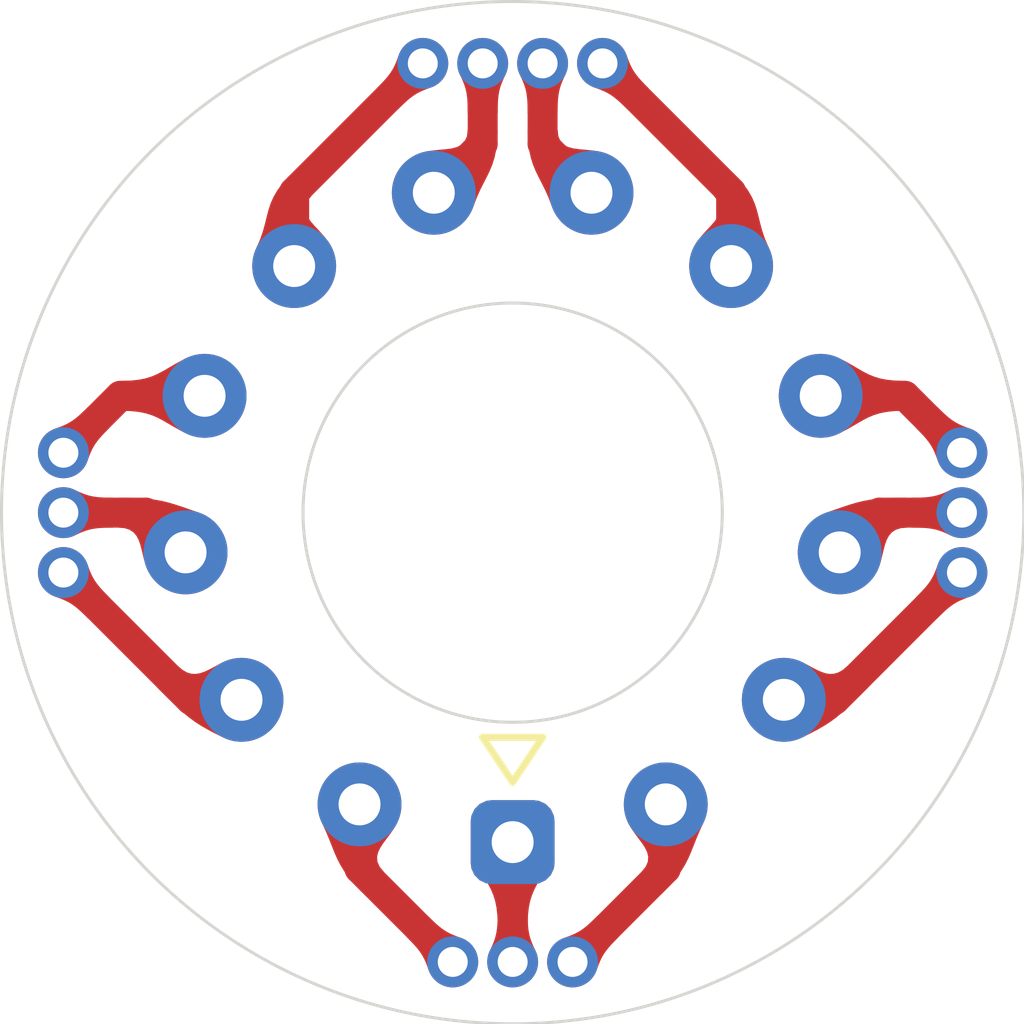
<source format=kicad_pcb>
(kicad_pcb (version 20171130) (host pcbnew 5.1.9)

  (general
    (thickness 1.6)
    (drawings 2)
    (tracks 25)
    (zones 0)
    (modules 2)
    (nets 14)
  )

  (page A4)
  (layers
    (0 F.Cu signal)
    (31 B.Cu signal)
    (32 B.Adhes user)
    (33 F.Adhes user)
    (34 B.Paste user)
    (35 F.Paste user)
    (36 B.SilkS user)
    (37 F.SilkS user)
    (38 B.Mask user)
    (39 F.Mask user)
    (40 Dwgs.User user)
    (41 Cmts.User user)
    (42 Eco1.User user)
    (43 Eco2.User user)
    (44 Edge.Cuts user)
    (45 Margin user)
    (46 B.CrtYd user)
    (47 F.CrtYd user)
    (48 B.Fab user)
    (49 F.Fab user)
  )

  (setup
    (last_trace_width 0.5)
    (trace_clearance 0.1)
    (zone_clearance 0.508)
    (zone_45_only no)
    (trace_min 0)
    (via_size 0.01)
    (via_drill 0)
    (via_min_size 0)
    (via_min_drill 0)
    (uvia_size 0.01)
    (uvia_drill 0)
    (uvias_allowed no)
    (uvia_min_size 0)
    (uvia_min_drill 0)
    (edge_width 0.05)
    (segment_width 0.2)
    (pcb_text_width 0.3)
    (pcb_text_size 1.5 1.5)
    (mod_edge_width 0.12)
    (mod_text_size 1 1)
    (mod_text_width 0.15)
    (pad_size 1.524 1.524)
    (pad_drill 0.762)
    (pad_to_mask_clearance 0)
    (aux_axis_origin 0 0)
    (visible_elements FFFFFF7F)
    (pcbplotparams
      (layerselection 0x010fc_ffffffff)
      (usegerberextensions false)
      (usegerberattributes true)
      (usegerberadvancedattributes true)
      (creategerberjobfile true)
      (excludeedgelayer true)
      (linewidth 0.100000)
      (plotframeref false)
      (viasonmask false)
      (mode 1)
      (useauxorigin false)
      (hpglpennumber 1)
      (hpglpenspeed 20)
      (hpglpendiameter 15.000000)
      (psnegative false)
      (psa4output false)
      (plotreference true)
      (plotvalue true)
      (plotinvisibletext false)
      (padsonsilk false)
      (subtractmaskfromsilk false)
      (outputformat 1)
      (mirror false)
      (drillshape 1)
      (scaleselection 1)
      (outputdirectory ""))
  )

  (net 0 "")
  (net 1 "Net-(J1-Pad13)")
  (net 2 "Net-(J1-Pad12)")
  (net 3 "Net-(J1-Pad11)")
  (net 4 "Net-(J1-Pad10)")
  (net 5 "Net-(J1-Pad9)")
  (net 6 "Net-(J1-Pad8)")
  (net 7 "Net-(J1-Pad7)")
  (net 8 "Net-(J1-Pad6)")
  (net 9 "Net-(J1-Pad5)")
  (net 10 "Net-(J1-Pad4)")
  (net 11 "Net-(J1-Pad3)")
  (net 12 "Net-(J1-Pad2)")
  (net 13 "Net-(J1-Pad1)")

  (net_class Default "This is the default net class."
    (clearance 0.1)
    (trace_width 0.5)
    (via_dia 0.01)
    (via_drill 0)
    (uvia_dia 0.01)
    (uvia_drill 0)
    (diff_pair_width 0)
    (diff_pair_gap 0)
    (add_net "Net-(J1-Pad1)")
    (add_net "Net-(J1-Pad10)")
    (add_net "Net-(J1-Pad11)")
    (add_net "Net-(J1-Pad12)")
    (add_net "Net-(J1-Pad13)")
    (add_net "Net-(J1-Pad2)")
    (add_net "Net-(J1-Pad3)")
    (add_net "Net-(J1-Pad4)")
    (add_net "Net-(J1-Pad5)")
    (add_net "Net-(J1-Pad6)")
    (add_net "Net-(J1-Pad7)")
    (add_net "Net-(J1-Pad8)")
    (add_net "Net-(J1-Pad9)")
  )

  (module HGHardware:NixieTubeJack (layer F.Cu) (tedit 6041C0ED) (tstamp 6041EF17)
    (at 100 100)
    (path /6042E3BD)
    (fp_text reference J2 (at 0 0.5) (layer F.SilkS) hide
      (effects (font (size 1 1) (thickness 0.15)))
    )
    (fp_text value Conn_01x13_Female (at 0 -0.5) (layer F.Fab)
      (effects (font (size 1 1) (thickness 0.15)))
    )
    (pad 5 thru_hole circle (at 7.5 -1 90) (size 0.85 0.85) (drill 0.5) (layers *.Cu *.Mask)
      (net 9 "Net-(J1-Pad5)"))
    (pad 6 thru_hole circle (at 1.5 -7.5) (size 0.85 0.85) (drill 0.5) (layers *.Cu *.Mask)
      (net 8 "Net-(J1-Pad6)"))
    (pad 13 thru_hole circle (at -1 7.5) (size 0.85 0.85) (drill 0.5) (layers *.Cu *.Mask)
      (net 1 "Net-(J1-Pad13)"))
    (pad 12 thru_hole circle (at -7.5 1 90) (size 0.85 0.85) (drill 0.5) (layers *.Cu *.Mask)
      (net 2 "Net-(J1-Pad12)"))
    (pad 10 thru_hole circle (at -7.5 -1 90) (size 0.85 0.85) (drill 0.5) (layers *.Cu *.Mask)
      (net 4 "Net-(J1-Pad10)"))
    (pad 8 thru_hole circle (at -0.5 -7.5) (size 0.85 0.85) (drill 0.5) (layers *.Cu *.Mask)
      (net 6 "Net-(J1-Pad8)"))
    (pad 9 thru_hole circle (at -1.5 -7.5) (size 0.85 0.85) (drill 0.5) (layers *.Cu *.Mask)
      (net 5 "Net-(J1-Pad9)"))
    (pad 2 thru_hole circle (at 1 7.5) (size 0.85 0.85) (drill 0.5) (layers *.Cu *.Mask)
      (net 12 "Net-(J1-Pad2)"))
    (pad 3 thru_hole circle (at 7.5 1 90) (size 0.85 0.85) (drill 0.5) (layers *.Cu *.Mask)
      (net 11 "Net-(J1-Pad3)"))
    (pad 4 thru_hole circle (at 7.5 0 90) (size 0.85 0.85) (drill 0.5) (layers *.Cu *.Mask)
      (net 10 "Net-(J1-Pad4)"))
    (pad 1 thru_hole circle (at 0 7.5) (size 0.85 0.85) (drill 0.5) (layers *.Cu *.Mask)
      (net 13 "Net-(J1-Pad1)"))
    (pad 11 thru_hole circle (at -7.5 0 90) (size 0.85 0.85) (drill 0.5) (layers *.Cu *.Mask)
      (net 3 "Net-(J1-Pad11)"))
    (pad 7 thru_hole circle (at 0.5 -7.5) (size 0.85 0.85) (drill 0.5) (layers *.Cu *.Mask)
      (net 7 "Net-(J1-Pad7)"))
    (model ${KISYS3DMOD}/Connector_PinHeader_1.00mm.3dshapes/PinHeader_1x03_P1.00mm_Vertical.step
      (offset (xyz 7.5 1 -2))
      (scale (xyz 1 1 1))
      (rotate (xyz 0 180 0))
    )
    (model ${KISYS3DMOD}/Connector_PinHeader_1.00mm.3dshapes/PinHeader_1x03_P1.00mm_Vertical.step
      (offset (xyz -7.5 1 -2))
      (scale (xyz 1 1 1))
      (rotate (xyz 0 180 0))
    )
    (model ${KISYS3DMOD}/Connector_PinHeader_1.00mm.3dshapes/PinHeader_1x03_P1.00mm_Vertical.step
      (offset (xyz 1 -7.5 -2))
      (scale (xyz 1 1 1))
      (rotate (xyz 0 180 90))
    )
    (model ${KISYS3DMOD}/Connector_PinHeader_1.00mm.3dshapes/PinHeader_1x04_P1.00mm_Vertical.step
      (offset (xyz 1.5 7.5 -2))
      (scale (xyz 1 1 1))
      (rotate (xyz 0 180 90))
    )
  )

  (module HGHardware:NixieTube (layer F.Cu) (tedit 6041BEB7) (tstamp 6041EF06)
    (at 100 100)
    (path /6042C560)
    (fp_text reference J1 (at 0 0.5) (layer F.SilkS) hide
      (effects (font (size 1 1) (thickness 0.15)))
    )
    (fp_text value Conn_01x13_Male (at 0 -0.5) (layer F.Fab)
      (effects (font (size 1 1) (thickness 0.15)))
    )
    (fp_line (start -0.5 3.75) (end 0.5 3.75) (layer F.SilkS) (width 0.12))
    (fp_line (start 0.5 3.75) (end 0 4.5) (layer F.SilkS) (width 0.12))
    (fp_line (start 0 4.5) (end -0.5 3.75) (layer F.SilkS) (width 0.12))
    (pad 13 thru_hole circle (at -2.555977 4.870008) (size 1.4 1.4) (drill 0.7) (layers *.Cu *.Mask)
      (net 1 "Net-(J1-Pad13)"))
    (pad 12 thru_hole circle (at -4.526411 3.124356) (size 1.4 1.4) (drill 0.7) (layers *.Cu *.Mask)
      (net 2 "Net-(J1-Pad12)"))
    (pad 11 thru_hole circle (at -5.459899 0.662952) (size 1.4 1.4) (drill 0.7) (layers *.Cu *.Mask)
      (net 3 "Net-(J1-Pad11)"))
    (pad 10 thru_hole circle (at -5.142589 -1.950327) (size 1.4 1.4) (drill 0.7) (layers *.Cu *.Mask)
      (net 4 "Net-(J1-Pad10)"))
    (pad 9 thru_hole circle (at -3.647175 -4.116809) (size 1.4 1.4) (drill 0.7) (layers *.Cu *.Mask)
      (net 5 "Net-(J1-Pad9)"))
    (pad 8 thru_hole circle (at -1.316236 -5.34018) (size 1.4 1.4) (drill 0.7) (layers *.Cu *.Mask)
      (net 6 "Net-(J1-Pad8)"))
    (pad 7 thru_hole circle (at 1.316236 -5.34018) (size 1.4 1.4) (drill 0.7) (layers *.Cu *.Mask)
      (net 7 "Net-(J1-Pad7)"))
    (pad 6 thru_hole circle (at 3.647175 -4.116809) (size 1.4 1.4) (drill 0.7) (layers *.Cu *.Mask)
      (net 8 "Net-(J1-Pad6)"))
    (pad 5 thru_hole circle (at 5.142589 -1.950327) (size 1.4 1.4) (drill 0.7) (layers *.Cu *.Mask)
      (net 9 "Net-(J1-Pad5)"))
    (pad 4 thru_hole circle (at 5.459899 0.662952) (size 1.4 1.4) (drill 0.7) (layers *.Cu *.Mask)
      (net 10 "Net-(J1-Pad4)"))
    (pad 3 thru_hole circle (at 4.526411 3.124356) (size 1.4 1.4) (drill 0.7) (layers *.Cu *.Mask)
      (net 11 "Net-(J1-Pad3)"))
    (pad 2 thru_hole circle (at 2.555977 4.870008) (size 1.4 1.4) (drill 0.7) (layers *.Cu *.Mask)
      (net 12 "Net-(J1-Pad2)"))
    (pad 1 thru_hole roundrect (at 0 5.5) (size 1.4 1.4) (drill 0.7) (layers *.Cu *.Mask) (roundrect_rratio 0.25)
      (net 13 "Net-(J1-Pad1)"))
  )

  (gr_circle (center 100 100) (end 107.25 104.5) (layer Edge.Cuts) (width 0.05))
  (gr_circle (center 100 100) (end 103.5 100) (layer Edge.Cuts) (width 0.05))

  (segment (start 97.444023 105.944023) (end 99 107.5) (width 0.5) (layer F.Cu) (net 1))
  (segment (start 97.444023 104.870008) (end 97.444023 105.944023) (width 0.5) (layer F.Cu) (net 1))
  (segment (start 94.624356 103.124356) (end 92.5 101) (width 0.5) (layer F.Cu) (net 2))
  (segment (start 95.473589 103.124356) (end 94.624356 103.124356) (width 0.5) (layer F.Cu) (net 2))
  (segment (start 93.877149 100) (end 94.540101 100.662952) (width 0.5) (layer F.Cu) (net 3))
  (segment (start 92.5 100) (end 93.877149 100) (width 0.5) (layer F.Cu) (net 3))
  (segment (start 93.450327 98.049673) (end 92.5 99) (width 0.5) (layer F.Cu) (net 4))
  (segment (start 94.857411 98.049673) (end 93.450327 98.049673) (width 0.5) (layer F.Cu) (net 4))
  (segment (start 96.352825 94.647175) (end 98.5 92.5) (width 0.5) (layer F.Cu) (net 5))
  (segment (start 96.352825 95.883191) (end 96.352825 94.647175) (width 0.5) (layer F.Cu) (net 5))
  (segment (start 99.5 93.843584) (end 98.683764 94.65982) (width 0.5) (layer F.Cu) (net 6))
  (segment (start 99.5 92.5) (end 99.5 93.843584) (width 0.5) (layer F.Cu) (net 6))
  (segment (start 100.5 93.843584) (end 101.316236 94.65982) (width 0.5) (layer F.Cu) (net 7))
  (segment (start 100.5 92.5) (end 100.5 93.843584) (width 0.5) (layer F.Cu) (net 7))
  (segment (start 103.647175 94.647175) (end 103.647175 95.883191) (width 0.5) (layer F.Cu) (net 8))
  (segment (start 101.5 92.5) (end 103.647175 94.647175) (width 0.5) (layer F.Cu) (net 8))
  (segment (start 106.549673 98.049673) (end 107.5 99) (width 0.5) (layer F.Cu) (net 9))
  (segment (start 105.142589 98.049673) (end 106.549673 98.049673) (width 0.5) (layer F.Cu) (net 9))
  (segment (start 106.122851 100) (end 107.5 100) (width 0.5) (layer F.Cu) (net 10))
  (segment (start 105.459899 100.662952) (end 106.122851 100) (width 0.5) (layer F.Cu) (net 10))
  (segment (start 105.375644 103.124356) (end 107.5 101) (width 0.5) (layer F.Cu) (net 11))
  (segment (start 104.526411 103.124356) (end 105.375644 103.124356) (width 0.5) (layer F.Cu) (net 11))
  (segment (start 102.555977 105.944023) (end 101 107.5) (width 0.5) (layer F.Cu) (net 12))
  (segment (start 102.555977 104.870008) (end 102.555977 105.944023) (width 0.5) (layer F.Cu) (net 12))
  (segment (start 100 105.5) (end 100 107.5) (width 0.5) (layer F.Cu) (net 13))

  (zone (net 1) (net_name "Net-(J1-Pad13)") (layer F.Cu) (tstamp 0) (hatch edge 0.508)
    (priority 16962)
    (connect_pads yes (clearance 0.1))
    (min_thickness 0.0254)
    (fill yes (arc_segments 32) (thermal_gap 0.508) (thermal_bridge_width 0.508))
    (polygon
      (pts
        (xy 98.225719 107.079273) (xy 98.291713 107.146274) (xy 98.347824 107.205791) (xy 98.395366 107.259715) (xy 98.435652 107.309937)
        (xy 98.469995 107.358351) (xy 98.499708 107.406846) (xy 98.526106 107.457314) (xy 98.550501 107.511647) (xy 98.574207 107.571736)
        (xy 98.598538 107.639474) (xy 99.15026 107.65026) (xy 99.139474 107.098538) (xy 99.071736 107.074207) (xy 99.011647 107.050501)
        (xy 98.957314 107.026106) (xy 98.906846 106.999708) (xy 98.858351 106.969995) (xy 98.809937 106.935652) (xy 98.759715 106.895366)
        (xy 98.705791 106.847824) (xy 98.646274 106.791713) (xy 98.579273 106.725719)
      )
    )
    (filled_polygon
      (pts
        (xy 98.637362 106.800761) (xy 98.637562 106.800954) (xy 98.697079 106.857065) (xy 98.697392 106.85735) (xy 98.751316 106.904892)
        (xy 98.751768 106.905273) (xy 98.80199 106.945559) (xy 98.802589 106.94601) (xy 98.851003 106.980353) (xy 98.851716 106.980824)
        (xy 98.900211 107.010537) (xy 98.90096 107.010962) (xy 98.951428 107.03736) (xy 98.952112 107.037692) (xy 99.006445 107.062087)
        (xy 99.006986 107.062315) (xy 99.067075 107.086021) (xy 99.067443 107.086159) (xy 99.126947 107.107532) (xy 99.137304 107.637304)
        (xy 98.607532 107.626947) (xy 98.586159 107.567443) (xy 98.586021 107.567075) (xy 98.562315 107.506986) (xy 98.562087 107.506445)
        (xy 98.537692 107.452112) (xy 98.53736 107.451428) (xy 98.510962 107.40096) (xy 98.510537 107.400211) (xy 98.480824 107.351716)
        (xy 98.480353 107.351003) (xy 98.44601 107.302589) (xy 98.445559 107.30199) (xy 98.405273 107.251768) (xy 98.404892 107.251316)
        (xy 98.35735 107.197392) (xy 98.357065 107.197079) (xy 98.300954 107.137562) (xy 98.300761 107.137362) (xy 98.243612 107.07934)
        (xy 98.57934 106.743612)
      )
    )
  )
  (zone (net 1) (net_name "Net-(J1-Pad13)") (layer F.Cu) (tstamp 0) (hatch edge 0.508)
    (priority 16962)
    (connect_pads yes (clearance 0.1))
    (min_thickness 0.0254)
    (fill yes (arc_segments 32) (thermal_gap 0.508) (thermal_bridge_width 0.508))
    (polygon
      (pts
        (xy 97.851305 105.997752) (xy 97.780087 105.910243) (xy 97.743706 105.827585) (xy 97.736889 105.748394) (xy 97.754362 105.671291)
        (xy 97.790854 105.594893) (xy 97.84109 105.517818) (xy 97.899798 105.438686) (xy 97.961704 105.356115) (xy 98.021537 105.268723)
        (xy 98.074023 105.17513) (xy 97.444023 104.520008) (xy 96.814023 105.17513) (xy 96.881023 105.320701) (xy 96.935102 105.449795)
        (xy 96.981218 105.566262) (xy 97.024333 105.67395) (xy 97.069406 105.776709) (xy 97.121398 105.878389) (xy 97.185268 105.982839)
        (xy 97.265977 106.093909) (xy 97.368485 106.215447) (xy 97.497752 106.351305)
      )
    )
    (filled_polygon
      (pts
        (xy 98.058336 105.177139) (xy 98.010738 105.262016) (xy 97.951374 105.348723) (xy 97.889637 105.431068) (xy 97.889598 105.431119)
        (xy 97.83089 105.510251) (xy 97.83045 105.510883) (xy 97.780214 105.587958) (xy 97.779394 105.589419) (xy 97.742902 105.665817)
        (xy 97.741976 105.668484) (xy 97.724503 105.745587) (xy 97.724193 105.748057) (xy 97.724236 105.749483) (xy 97.731053 105.828674)
        (xy 97.731508 105.831122) (xy 97.732082 105.832701) (xy 97.768463 105.915359) (xy 97.770237 105.918259) (xy 97.83422 105.996877)
        (xy 97.497978 106.333119) (xy 97.377947 106.206967) (xy 97.275984 106.086075) (xy 97.195837 105.975779) (xy 97.132489 105.872183)
        (xy 97.080878 105.771247) (xy 97.036049 105.669044) (xy 96.993008 105.561542) (xy 96.94691 105.44512) (xy 96.946816 105.444888)
        (xy 96.892737 105.315794) (xy 96.89256 105.315391) (xy 96.829182 105.177689) (xy 97.444023 104.53833)
      )
    )
  )
  (zone (net 2) (net_name "Net-(J1-Pad12)") (layer F.Cu) (tstamp 0) (hatch edge 0.508)
    (priority 16962)
    (connect_pads yes (clearance 0.1))
    (min_thickness 0.0254)
    (fill yes (arc_segments 32) (thermal_gap 0.508) (thermal_bridge_width 0.508))
    (polygon
      (pts
        (xy 93.274281 101.420727) (xy 93.208286 101.353725) (xy 93.152175 101.294208) (xy 93.104633 101.240284) (xy 93.064347 101.190062)
        (xy 93.030004 101.141648) (xy 93.000291 101.093153) (xy 92.973893 101.042685) (xy 92.949498 100.988352) (xy 92.925792 100.928263)
        (xy 92.901462 100.860526) (xy 92.34974 100.84974) (xy 92.360526 101.401462) (xy 92.428263 101.425792) (xy 92.488352 101.449498)
        (xy 92.542685 101.473893) (xy 92.593153 101.500291) (xy 92.641648 101.530004) (xy 92.690062 101.564347) (xy 92.740284 101.604633)
        (xy 92.794208 101.652175) (xy 92.853725 101.708286) (xy 92.920727 101.774281)
      )
    )
    (filled_polygon
      (pts
        (xy 92.892468 100.873053) (xy 92.91384 100.932556) (xy 92.913978 100.932924) (xy 92.937684 100.993013) (xy 92.937912 100.993554)
        (xy 92.962307 101.047887) (xy 92.962639 101.048571) (xy 92.989037 101.099039) (xy 92.989462 101.099788) (xy 93.019175 101.148283)
        (xy 93.019646 101.148996) (xy 93.053989 101.19741) (xy 93.05444 101.198009) (xy 93.094726 101.248231) (xy 93.095107 101.248683)
        (xy 93.142649 101.302607) (xy 93.142934 101.30292) (xy 93.199045 101.362437) (xy 93.199238 101.362637) (xy 93.256388 101.42066)
        (xy 92.92066 101.756388) (xy 92.862637 101.699238) (xy 92.862437 101.699045) (xy 92.80292 101.642934) (xy 92.802607 101.642649)
        (xy 92.748683 101.595107) (xy 92.748231 101.594726) (xy 92.698009 101.55444) (xy 92.69741 101.553989) (xy 92.648996 101.519646)
        (xy 92.648283 101.519175) (xy 92.599788 101.489462) (xy 92.599039 101.489037) (xy 92.548571 101.462639) (xy 92.547887 101.462307)
        (xy 92.493554 101.437912) (xy 92.493013 101.437684) (xy 92.432924 101.413978) (xy 92.432556 101.41384) (xy 92.373053 101.392468)
        (xy 92.362696 100.862696)
      )
    )
  )
  (zone (net 2) (net_name "Net-(J1-Pad12)") (layer F.Cu) (tstamp 0) (hatch edge 0.508)
    (priority 16962)
    (connect_pads yes (clearance 0.1))
    (min_thickness 0.0254)
    (fill yes (arc_segments 32) (thermal_gap 0.508) (thermal_bridge_width 0.508))
    (polygon
      (pts
        (xy 94.058129 102.911682) (xy 94.194671 103.048104) (xy 94.311996 103.163934) (xy 94.415184 103.262546) (xy 94.509316 103.347318)
        (xy 94.599474 103.421624) (xy 94.690737 103.488842) (xy 94.788187 103.552348) (xy 94.896904 103.615518) (xy 95.021971 103.681729)
        (xy 95.168467 103.754356) (xy 95.823589 103.124356) (xy 95.168467 102.494356) (xy 95.084397 102.537356) (xy 95.004717 102.580438)
        (xy 94.928478 102.62052) (xy 94.854736 102.654517) (xy 94.782542 102.679349) (xy 94.710951 102.691933) (xy 94.639016 102.689185)
        (xy 94.56579 102.668023) (xy 94.490328 102.625365) (xy 94.411682 102.558129)
      )
    )
    (filled_polygon
      (pts
        (xy 95.805267 103.124356) (xy 95.166103 103.73901) (xy 95.027771 103.67043) (xy 94.903069 103.604412) (xy 94.794851 103.541532)
        (xy 94.697983 103.478405) (xy 94.60727 103.411593) (xy 94.517616 103.337702) (xy 94.423825 103.253237) (xy 94.320837 103.154816)
        (xy 94.203593 103.039066) (xy 94.076093 102.911678) (xy 94.412357 102.575414) (xy 94.482075 102.635018) (xy 94.484078 102.636421)
        (xy 94.55954 102.679079) (xy 94.562264 102.680224) (xy 94.63549 102.701386) (xy 94.638531 102.701876) (xy 94.710466 102.704624)
        (xy 94.71315 102.704441) (xy 94.784741 102.691857) (xy 94.786673 102.691358) (xy 94.858867 102.666526) (xy 94.860053 102.66605)
        (xy 94.933795 102.632053) (xy 94.934388 102.631761) (xy 95.010627 102.591679) (xy 95.010757 102.59161) (xy 95.090315 102.548594)
        (xy 95.16619 102.509786)
      )
    )
  )
  (zone (net 3) (net_name "Net-(J1-Pad11)") (layer F.Cu) (tstamp 0) (hatch edge 0.508)
    (priority 16962)
    (connect_pads yes (clearance 0.1))
    (min_thickness 0.0254)
    (fill yes (arc_segments 32) (thermal_gap 0.508) (thermal_bridge_width 0.508))
    (polygon
      (pts
        (xy 93.414705 100.25) (xy 93.521056 100.259457) (xy 93.604643 100.286484) (xy 93.669008 100.329058) (xy 93.717692 100.385159)
        (xy 93.754238 100.452767) (xy 93.782188 100.52986) (xy 93.805083 100.614418) (xy 93.826468 100.70442) (xy 93.849882 100.797846)
        (xy 93.87887 100.892674) (xy 94.787588 100.910439) (xy 94.769823 100.001721) (xy 94.616905 99.948264) (xy 94.483957 99.902205)
        (xy 94.364941 99.863126) (xy 94.253818 99.830611) (xy 94.14455 99.804242) (xy 94.0311 99.783603) (xy 93.907428 99.768276)
        (xy 93.767497 99.757844) (xy 93.605269 99.751891) (xy 93.414705 99.75)
      )
    )
    (filled_polygon
      (pts
        (xy 93.604976 99.764588) (xy 93.766776 99.770526) (xy 93.906168 99.780917) (xy 94.029187 99.796164) (xy 94.141917 99.816672)
        (xy 94.250545 99.842886) (xy 94.361187 99.87526) (xy 94.479909 99.914243) (xy 94.612714 99.960252) (xy 94.612714 99.960253)
        (xy 94.757298 100.010796) (xy 94.774632 100.897483) (xy 93.888323 100.880156) (xy 93.862122 100.794444) (xy 93.838809 100.701419)
        (xy 93.817439 100.611482) (xy 93.817342 100.611099) (xy 93.794447 100.526541) (xy 93.794128 100.525531) (xy 93.766178 100.448438)
        (xy 93.76541 100.446728) (xy 93.728864 100.37912) (xy 93.727284 100.376835) (xy 93.6786 100.320734) (xy 93.676014 100.318466)
        (xy 93.611649 100.275892) (xy 93.60855 100.2744) (xy 93.524963 100.247373) (xy 93.522181 100.246807) (xy 93.427405 100.238379)
        (xy 93.427405 99.762826)
      )
    )
  )
  (zone (net 3) (net_name "Net-(J1-Pad11)") (layer F.Cu) (tstamp 0) (hatch edge 0.508)
    (priority 16962)
    (connect_pads yes (clearance 0.1))
    (min_thickness 0.0254)
    (fill yes (arc_segments 32) (thermal_gap 0.508) (thermal_bridge_width 0.508))
    (polygon
      (pts
        (xy 93.345 99.75) (xy 93.250957 99.749288) (xy 93.169195 99.74688) (xy 93.097448 99.742366) (xy 93.033449 99.73534)
        (xy 92.974931 99.72539) (xy 92.919629 99.71211) (xy 92.865277 99.695089) (xy 92.809607 99.67392) (xy 92.750354 99.648193)
        (xy 92.685253 99.6175) (xy 92.2875 100) (xy 92.685253 100.3825) (xy 92.750354 100.351806) (xy 92.809607 100.326079)
        (xy 92.865277 100.30491) (xy 92.919629 100.287889) (xy 92.974931 100.274609) (xy 93.033449 100.264659) (xy 93.097448 100.257633)
        (xy 93.169195 100.253119) (xy 93.250957 100.250711) (xy 93.345 100.25)
      )
    )
    (filled_polygon
      (pts
        (xy 92.744938 99.65968) (xy 92.745296 99.659842) (xy 92.804549 99.685569) (xy 92.805093 99.685791) (xy 92.860763 99.70696)
        (xy 92.861482 99.707209) (xy 92.915834 99.72423) (xy 92.916664 99.724459) (xy 92.971966 99.737739) (xy 92.972802 99.73791)
        (xy 93.03132 99.74786) (xy 93.032063 99.747964) (xy 93.096062 99.75499) (xy 93.096651 99.755041) (xy 93.168398 99.759555)
        (xy 93.168821 99.759574) (xy 93.250583 99.761982) (xy 93.250861 99.761988) (xy 93.3323 99.762605) (xy 93.3323 100.237395)
        (xy 93.250861 100.238011) (xy 93.250583 100.238017) (xy 93.168821 100.240425) (xy 93.168398 100.240444) (xy 93.096651 100.244958)
        (xy 93.096062 100.245009) (xy 93.032063 100.252035) (xy 93.03132 100.252139) (xy 92.972802 100.262089) (xy 92.971966 100.26226)
        (xy 92.916664 100.27554) (xy 92.915834 100.275769) (xy 92.861482 100.29279) (xy 92.860763 100.293039) (xy 92.805093 100.314208)
        (xy 92.804549 100.31443) (xy 92.745296 100.340157) (xy 92.744938 100.340319) (xy 92.68775 100.367282) (xy 92.305822 100)
        (xy 92.68775 99.632718)
      )
    )
  )
  (zone (net 4) (net_name "Net-(J1-Pad10)") (layer F.Cu) (tstamp 0) (hatch edge 0.508)
    (priority 16962)
    (connect_pads yes (clearance 0.1))
    (min_thickness 0.0254)
    (fill yes (arc_segments 32) (thermal_gap 0.508) (thermal_bridge_width 0.508))
    (polygon
      (pts
        (xy 92.920727 98.225719) (xy 92.853725 98.291713) (xy 92.794208 98.347824) (xy 92.740284 98.395366) (xy 92.690062 98.435652)
        (xy 92.641648 98.469995) (xy 92.593153 98.499708) (xy 92.542685 98.526106) (xy 92.488352 98.550501) (xy 92.428263 98.574207)
        (xy 92.360526 98.598538) (xy 92.34974 99.15026) (xy 92.901462 99.139474) (xy 92.925792 99.071736) (xy 92.949498 99.011647)
        (xy 92.973893 98.957314) (xy 93.000291 98.906846) (xy 93.030004 98.858351) (xy 93.064347 98.809937) (xy 93.104633 98.759715)
        (xy 93.152175 98.705791) (xy 93.208286 98.646274) (xy 93.274281 98.579273)
      )
    )
    (filled_polygon
      (pts
        (xy 93.256388 98.57934) (xy 93.199238 98.637362) (xy 93.199045 98.637562) (xy 93.142934 98.697079) (xy 93.142649 98.697392)
        (xy 93.095107 98.751316) (xy 93.094726 98.751768) (xy 93.05444 98.80199) (xy 93.053989 98.802589) (xy 93.019646 98.851003)
        (xy 93.019175 98.851716) (xy 92.989462 98.900211) (xy 92.989037 98.90096) (xy 92.962639 98.951428) (xy 92.962307 98.952112)
        (xy 92.937912 99.006445) (xy 92.937684 99.006986) (xy 92.913978 99.067075) (xy 92.91384 99.067443) (xy 92.892467 99.126947)
        (xy 92.362696 99.137304) (xy 92.373053 98.607532) (xy 92.432556 98.586159) (xy 92.432924 98.586021) (xy 92.493013 98.562315)
        (xy 92.493554 98.562087) (xy 92.547887 98.537692) (xy 92.548571 98.53736) (xy 92.599039 98.510962) (xy 92.599788 98.510537)
        (xy 92.648283 98.480824) (xy 92.648996 98.480353) (xy 92.69741 98.44601) (xy 92.698009 98.445559) (xy 92.748231 98.405273)
        (xy 92.748683 98.404892) (xy 92.802607 98.35735) (xy 92.80292 98.357065) (xy 92.862437 98.300954) (xy 92.862637 98.300761)
        (xy 92.920659 98.243611)
      )
    )
  )
  (zone (net 4) (net_name "Net-(J1-Pad10)") (layer F.Cu) (tstamp 0) (hatch edge 0.508)
    (priority 16962)
    (connect_pads yes (clearance 0.1))
    (min_thickness 0.0254)
    (fill yes (arc_segments 32) (thermal_gap 0.508) (thermal_bridge_width 0.508))
    (polygon
      (pts
        (xy 93.467411 98.299673) (xy 93.625658 98.3046) (xy 93.759009 98.318883) (xy 93.872652 98.341768) (xy 93.971779 98.372504)
        (xy 94.061577 98.410339) (xy 94.147237 98.45452) (xy 94.233949 98.504296) (xy 94.326902 98.558915) (xy 94.431285 98.617624)
        (xy 94.552289 98.679673) (xy 95.207411 98.049673) (xy 94.552289 97.419673) (xy 94.431285 97.481721) (xy 94.326902 97.54043)
        (xy 94.233949 97.595049) (xy 94.147237 97.644825) (xy 94.061577 97.689006) (xy 93.971779 97.726841) (xy 93.872652 97.757577)
        (xy 93.759009 97.780462) (xy 93.625658 97.794745) (xy 93.467411 97.799673)
      )
    )
    (filled_polygon
      (pts
        (xy 95.189089 98.049673) (xy 94.550019 98.664236) (xy 94.43729 98.606431) (xy 94.333256 98.547918) (xy 94.240383 98.493346)
        (xy 94.240272 98.493282) (xy 94.15356 98.443506) (xy 94.153059 98.443233) (xy 94.067399 98.399052) (xy 94.066508 98.398635)
        (xy 93.97671 98.3608) (xy 93.97554 98.360374) (xy 93.876413 98.329638) (xy 93.875159 98.329318) (xy 93.761516 98.306433)
        (xy 93.760362 98.306255) (xy 93.627011 98.291972) (xy 93.626053 98.291906) (xy 93.480111 98.287362) (xy 93.480111 97.811984)
        (xy 93.626053 97.807439) (xy 93.627011 97.807373) (xy 93.760362 97.79309) (xy 93.761516 97.792912) (xy 93.875159 97.770027)
        (xy 93.876413 97.769707) (xy 93.97554 97.738971) (xy 93.97671 97.738545) (xy 94.066508 97.70071) (xy 94.067399 97.700293)
        (xy 94.153059 97.656112) (xy 94.15356 97.655839) (xy 94.240272 97.606063) (xy 94.240383 97.605999) (xy 94.333256 97.551427)
        (xy 94.43729 97.492915) (xy 94.550019 97.43511)
      )
    )
  )
  (zone (net 5) (net_name "Net-(J1-Pad9)") (layer F.Cu) (tstamp 0) (hatch edge 0.508)
    (priority 16962)
    (connect_pads yes (clearance 0.1))
    (min_thickness 0.0254)
    (fill yes (arc_segments 32) (thermal_gap 0.508) (thermal_bridge_width 0.508))
    (polygon
      (pts
        (xy 98.079273 93.274281) (xy 98.146274 93.208286) (xy 98.205791 93.152175) (xy 98.259715 93.104633) (xy 98.309937 93.064347)
        (xy 98.358351 93.030004) (xy 98.406846 93.000291) (xy 98.457314 92.973893) (xy 98.511647 92.949498) (xy 98.571736 92.925792)
        (xy 98.639474 92.901462) (xy 98.65026 92.34974) (xy 98.098538 92.360526) (xy 98.074207 92.428263) (xy 98.050501 92.488352)
        (xy 98.026106 92.542685) (xy 97.999708 92.593153) (xy 97.969995 92.641648) (xy 97.935652 92.690062) (xy 97.895366 92.740284)
        (xy 97.847824 92.794208) (xy 97.791713 92.853725) (xy 97.725719 92.920727)
      )
    )
    (filled_polygon
      (pts
        (xy 98.626947 92.892467) (xy 98.567443 92.91384) (xy 98.567075 92.913978) (xy 98.506986 92.937684) (xy 98.506445 92.937912)
        (xy 98.452112 92.962307) (xy 98.451428 92.962639) (xy 98.40096 92.989037) (xy 98.400211 92.989462) (xy 98.351716 93.019175)
        (xy 98.351003 93.019646) (xy 98.302589 93.053989) (xy 98.30199 93.05444) (xy 98.251768 93.094726) (xy 98.251316 93.095107)
        (xy 98.197392 93.142649) (xy 98.197079 93.142934) (xy 98.137562 93.199045) (xy 98.137362 93.199238) (xy 98.07934 93.256388)
        (xy 97.743611 92.920659) (xy 97.800761 92.862637) (xy 97.800954 92.862437) (xy 97.857065 92.80292) (xy 97.85735 92.802607)
        (xy 97.904892 92.748683) (xy 97.905273 92.748231) (xy 97.945559 92.698009) (xy 97.94601 92.69741) (xy 97.980353 92.648996)
        (xy 97.980824 92.648283) (xy 98.010537 92.599788) (xy 98.010962 92.599039) (xy 98.03736 92.548571) (xy 98.037692 92.547887)
        (xy 98.062087 92.493554) (xy 98.062315 92.493013) (xy 98.086021 92.432924) (xy 98.086159 92.432556) (xy 98.107532 92.373053)
        (xy 98.637304 92.362696)
      )
    )
  )
  (zone (net 5) (net_name "Net-(J1-Pad9)") (layer F.Cu) (tstamp 0) (hatch edge 0.508)
    (priority 16962)
    (connect_pads yes (clearance 0.1))
    (min_thickness 0.0254)
    (fill yes (arc_segments 32) (thermal_gap 0.508) (thermal_bridge_width 0.508))
    (polygon
      (pts
        (xy 96.292003 94.354445) (xy 96.166829 94.490802) (xy 96.073434 94.615688) (xy 96.005588 94.732238) (xy 95.957062 94.843588)
        (xy 95.921628 94.952873) (xy 95.893057 95.063228) (xy 95.86512 95.17779) (xy 95.831588 95.299693) (xy 95.786233 95.432074)
        (xy 95.722825 95.578069) (xy 96.352825 96.233191) (xy 96.982825 95.578069) (xy 96.92274 95.476447) (xy 96.850128 95.383087)
        (xy 96.771882 95.29611) (xy 96.694897 95.213633) (xy 96.626067 95.133778) (xy 96.572287 95.054663) (xy 96.540451 94.974408)
        (xy 96.537454 94.891132) (xy 96.570191 94.802955) (xy 96.645555 94.707997)
      )
    )
    (filled_polygon
      (pts
        (xy 96.628568 94.70897) (xy 96.560243 94.79506) (xy 96.558894 94.797152) (xy 96.558285 94.798535) (xy 96.525548 94.886712)
        (xy 96.524914 94.889119) (xy 96.524762 94.891589) (xy 96.527759 94.974865) (xy 96.528092 94.977332) (xy 96.528646 94.979091)
        (xy 96.560482 95.059346) (xy 96.561784 95.061803) (xy 96.615564 95.140918) (xy 96.616447 95.14207) (xy 96.685277 95.221925)
        (xy 96.685613 95.222299) (xy 96.762508 95.304679) (xy 96.840384 95.391245) (xy 96.912219 95.483607) (xy 96.96698 95.576224)
        (xy 96.352825 96.214869) (xy 95.737845 95.575366) (xy 95.797882 95.437133) (xy 95.798247 95.43619) (xy 95.843602 95.303809)
        (xy 95.843833 95.303061) (xy 95.877365 95.181158) (xy 95.877458 95.180799) (xy 95.905362 95.066373) (xy 95.933828 94.956423)
        (xy 95.968953 94.84809) (xy 96.016934 94.737992) (xy 96.084041 94.622711) (xy 96.17662 94.498916) (xy 96.292395 94.372797)
      )
    )
  )
  (zone (net 6) (net_name "Net-(J1-Pad8)") (layer F.Cu) (tstamp 0) (hatch edge 0.508)
    (priority 16962)
    (connect_pads yes (clearance 0.1))
    (min_thickness 0.0254)
    (fill yes (arc_segments 32) (thermal_gap 0.508) (thermal_bridge_width 0.508))
    (polygon
      (pts
        (xy 99.25 93.597917) (xy 99.237309 93.714072) (xy 99.201339 93.798827) (xy 99.145245 93.857616) (xy 99.072181 93.895873)
        (xy 98.985299 93.919033) (xy 98.887756 93.932531) (xy 98.782704 93.941801) (xy 98.673299 93.952278) (xy 98.562693 93.969395)
        (xy 98.454042 93.998589) (xy 98.436277 94.907307) (xy 99.344995 94.889542) (xy 99.401912 94.740459) (xy 99.459139 94.612873)
        (xy 99.515191 94.500382) (xy 99.568583 94.396585) (xy 99.617833 94.29508) (xy 99.661456 94.189468) (xy 99.697968 94.073346)
        (xy 99.725885 93.940315) (xy 99.743724 93.783972) (xy 99.75 93.597917)
      )
    )
    (filled_polygon
      (pts
        (xy 99.731048 93.78304) (xy 99.713334 93.938289) (xy 99.685667 94.07013) (xy 99.649507 94.18513) (xy 99.606242 94.289876)
        (xy 99.557212 94.390928) (xy 99.503898 94.494573) (xy 99.503824 94.494718) (xy 99.447772 94.607209) (xy 99.447551 94.607675)
        (xy 99.390324 94.735261) (xy 99.390047 94.735929) (xy 99.336184 94.877011) (xy 98.449233 94.894351) (xy 98.466553 94.008378)
        (xy 98.565318 93.98184) (xy 98.674885 93.964884) (xy 98.783833 93.954451) (xy 98.888872 93.945182) (xy 98.889497 93.945111)
        (xy 98.98704 93.931613) (xy 98.98857 93.931304) (xy 99.075452 93.908144) (xy 99.078072 93.907124) (xy 99.151136 93.868867)
        (xy 99.153218 93.867502) (xy 99.154433 93.866383) (xy 99.210527 93.807594) (xy 99.212061 93.805633) (xy 99.21303 93.803789)
        (xy 99.249 93.719034) (xy 99.249934 93.715451) (xy 99.261388 93.610617) (xy 99.736864 93.610617)
      )
    )
  )
  (zone (net 6) (net_name "Net-(J1-Pad8)") (layer F.Cu) (tstamp 0) (hatch edge 0.508)
    (priority 16962)
    (connect_pads yes (clearance 0.1))
    (min_thickness 0.0254)
    (fill yes (arc_segments 32) (thermal_gap 0.508) (thermal_bridge_width 0.508))
    (polygon
      (pts
        (xy 99.75 93.345) (xy 99.750711 93.250957) (xy 99.753119 93.169195) (xy 99.757633 93.097448) (xy 99.764659 93.033449)
        (xy 99.774609 92.974931) (xy 99.787889 92.919629) (xy 99.80491 92.865277) (xy 99.826079 92.809607) (xy 99.851806 92.750354)
        (xy 99.8825 92.685253) (xy 99.5 92.2875) (xy 99.1175 92.685253) (xy 99.148193 92.750354) (xy 99.17392 92.809607)
        (xy 99.195089 92.865277) (xy 99.21211 92.919629) (xy 99.22539 92.974931) (xy 99.23534 93.033449) (xy 99.242366 93.097448)
        (xy 99.24688 93.169195) (xy 99.249288 93.250957) (xy 99.25 93.345)
      )
    )
    (filled_polygon
      (pts
        (xy 99.867282 92.68775) (xy 99.840319 92.744938) (xy 99.840157 92.745296) (xy 99.81443 92.804549) (xy 99.814208 92.805093)
        (xy 99.793039 92.860763) (xy 99.79279 92.861482) (xy 99.775769 92.915834) (xy 99.77554 92.916664) (xy 99.76226 92.971966)
        (xy 99.762089 92.972802) (xy 99.752139 93.03132) (xy 99.752035 93.032063) (xy 99.745009 93.096062) (xy 99.744958 93.096651)
        (xy 99.740444 93.168398) (xy 99.740425 93.168821) (xy 99.738017 93.250583) (xy 99.738011 93.250861) (xy 99.737395 93.3323)
        (xy 99.262605 93.3323) (xy 99.261988 93.250861) (xy 99.261982 93.250583) (xy 99.259574 93.168821) (xy 99.259555 93.168398)
        (xy 99.255041 93.096651) (xy 99.25499 93.096062) (xy 99.247964 93.032063) (xy 99.24786 93.03132) (xy 99.23791 92.972802)
        (xy 99.237739 92.971966) (xy 99.224459 92.916664) (xy 99.22423 92.915834) (xy 99.207209 92.861482) (xy 99.20696 92.860763)
        (xy 99.185791 92.805093) (xy 99.185569 92.804549) (xy 99.159842 92.745296) (xy 99.15968 92.744938) (xy 99.132718 92.68775)
        (xy 99.5 92.305822)
      )
    )
  )
  (zone (net 7) (net_name "Net-(J1-Pad7)") (layer F.Cu) (tstamp 0) (hatch edge 0.508)
    (priority 16962)
    (connect_pads yes (clearance 0.1))
    (min_thickness 0.0254)
    (fill yes (arc_segments 32) (thermal_gap 0.508) (thermal_bridge_width 0.508))
    (polygon
      (pts
        (xy 100.25 93.597917) (xy 100.256275 93.783972) (xy 100.274114 93.940315) (xy 100.302031 94.073346) (xy 100.338543 94.189468)
        (xy 100.382166 94.29508) (xy 100.431416 94.396585) (xy 100.484808 94.500382) (xy 100.54086 94.612873) (xy 100.598087 94.740459)
        (xy 100.655005 94.889542) (xy 101.563723 94.907307) (xy 101.545958 93.998589) (xy 101.437306 93.969395) (xy 101.3267 93.952278)
        (xy 101.217295 93.941801) (xy 101.112243 93.932531) (xy 101.0147 93.919033) (xy 100.927818 93.895873) (xy 100.854754 93.857616)
        (xy 100.79866 93.798827) (xy 100.76269 93.714072) (xy 100.75 93.597917)
      )
    )
    (filled_polygon
      (pts
        (xy 100.750065 93.715451) (xy 100.750999 93.719034) (xy 100.786969 93.803789) (xy 100.788162 93.805974) (xy 100.789472 93.807594)
        (xy 100.845566 93.866383) (xy 100.847453 93.868007) (xy 100.848863 93.868867) (xy 100.921927 93.907124) (xy 100.924547 93.908144)
        (xy 101.011429 93.931304) (xy 101.012959 93.931613) (xy 101.110502 93.945111) (xy 101.111127 93.945182) (xy 101.216166 93.954451)
        (xy 101.325114 93.964884) (xy 101.434681 93.98184) (xy 101.533447 94.008378) (xy 101.550767 94.894351) (xy 100.663815 94.877011)
        (xy 100.609952 94.735929) (xy 100.609675 94.735261) (xy 100.552448 94.607675) (xy 100.552227 94.607209) (xy 100.496175 94.494718)
        (xy 100.496101 94.494573) (xy 100.442787 94.390928) (xy 100.393757 94.289876) (xy 100.350492 94.18513) (xy 100.314332 94.07013)
        (xy 100.286665 93.938289) (xy 100.268951 93.78304) (xy 100.263136 93.610617) (xy 100.738612 93.610617)
      )
    )
  )
  (zone (net 7) (net_name "Net-(J1-Pad7)") (layer F.Cu) (tstamp 0) (hatch edge 0.508)
    (priority 16962)
    (connect_pads yes (clearance 0.1))
    (min_thickness 0.0254)
    (fill yes (arc_segments 32) (thermal_gap 0.508) (thermal_bridge_width 0.508))
    (polygon
      (pts
        (xy 100.75 93.345) (xy 100.750711 93.250957) (xy 100.753119 93.169195) (xy 100.757633 93.097448) (xy 100.764659 93.033449)
        (xy 100.774609 92.974931) (xy 100.787889 92.919629) (xy 100.80491 92.865277) (xy 100.826079 92.809607) (xy 100.851806 92.750354)
        (xy 100.8825 92.685253) (xy 100.5 92.2875) (xy 100.1175 92.685253) (xy 100.148193 92.750354) (xy 100.17392 92.809607)
        (xy 100.195089 92.865277) (xy 100.21211 92.919629) (xy 100.22539 92.974931) (xy 100.23534 93.033449) (xy 100.242366 93.097448)
        (xy 100.24688 93.169195) (xy 100.249288 93.250957) (xy 100.25 93.345)
      )
    )
    (filled_polygon
      (pts
        (xy 100.867282 92.68775) (xy 100.840319 92.744938) (xy 100.840157 92.745296) (xy 100.81443 92.804549) (xy 100.814208 92.805093)
        (xy 100.793039 92.860763) (xy 100.79279 92.861482) (xy 100.775769 92.915834) (xy 100.77554 92.916664) (xy 100.76226 92.971966)
        (xy 100.762089 92.972802) (xy 100.752139 93.03132) (xy 100.752035 93.032063) (xy 100.745009 93.096062) (xy 100.744958 93.096651)
        (xy 100.740444 93.168398) (xy 100.740425 93.168821) (xy 100.738017 93.250583) (xy 100.738011 93.250861) (xy 100.737395 93.3323)
        (xy 100.262605 93.3323) (xy 100.261988 93.250861) (xy 100.261982 93.250583) (xy 100.259574 93.168821) (xy 100.259555 93.168398)
        (xy 100.255041 93.096651) (xy 100.25499 93.096062) (xy 100.247964 93.032063) (xy 100.24786 93.03132) (xy 100.23791 92.972802)
        (xy 100.237739 92.971966) (xy 100.224459 92.916664) (xy 100.22423 92.915834) (xy 100.207209 92.861482) (xy 100.20696 92.860763)
        (xy 100.185791 92.805093) (xy 100.185569 92.804549) (xy 100.159842 92.745296) (xy 100.15968 92.744938) (xy 100.132718 92.68775)
        (xy 100.5 92.305822)
      )
    )
  )
  (zone (net 8) (net_name "Net-(J1-Pad6)") (layer F.Cu) (tstamp 0) (hatch edge 0.508)
    (priority 16962)
    (connect_pads yes (clearance 0.1))
    (min_thickness 0.0254)
    (fill yes (arc_segments 32) (thermal_gap 0.508) (thermal_bridge_width 0.508))
    (polygon
      (pts
        (xy 103.354445 94.707997) (xy 103.429808 94.802955) (xy 103.462545 94.891132) (xy 103.459548 94.974408) (xy 103.427712 95.054663)
        (xy 103.373932 95.133778) (xy 103.305102 95.213633) (xy 103.228117 95.29611) (xy 103.149871 95.383087) (xy 103.077259 95.476447)
        (xy 103.017175 95.578069) (xy 103.647175 96.233191) (xy 104.277175 95.578069) (xy 104.213766 95.432074) (xy 104.168411 95.299693)
        (xy 104.134879 95.17779) (xy 104.106942 95.063228) (xy 104.078371 94.952873) (xy 104.042937 94.843588) (xy 103.994411 94.732238)
        (xy 103.926565 94.615688) (xy 103.83317 94.490802) (xy 103.707997 94.354445)
      )
    )
    (filled_polygon
      (pts
        (xy 103.823379 94.498916) (xy 103.915958 94.622711) (xy 103.983065 94.737992) (xy 104.031046 94.84809) (xy 104.066171 94.956423)
        (xy 104.094637 95.066373) (xy 104.122541 95.180799) (xy 104.122634 95.181158) (xy 104.156166 95.303061) (xy 104.156397 95.303809)
        (xy 104.201752 95.43619) (xy 104.202117 95.437133) (xy 104.262155 95.575366) (xy 103.647175 96.214869) (xy 103.03302 95.576224)
        (xy 103.08778 95.483607) (xy 103.159615 95.391245) (xy 103.237491 95.304679) (xy 103.314386 95.222299) (xy 103.314722 95.221925)
        (xy 103.383552 95.14207) (xy 103.384435 95.140918) (xy 103.438215 95.061803) (xy 103.439517 95.059346) (xy 103.471353 94.979091)
        (xy 103.47204 94.976698) (xy 103.47224 94.974865) (xy 103.475237 94.891589) (xy 103.475082 94.889104) (xy 103.474451 94.886712)
        (xy 103.441714 94.798535) (xy 103.440623 94.796297) (xy 103.439756 94.79506) (xy 103.371431 94.708971) (xy 103.707605 94.372797)
      )
    )
  )
  (zone (net 8) (net_name "Net-(J1-Pad6)") (layer F.Cu) (tstamp 0) (hatch edge 0.508)
    (priority 16962)
    (connect_pads yes (clearance 0.1))
    (min_thickness 0.0254)
    (fill yes (arc_segments 32) (thermal_gap 0.508) (thermal_bridge_width 0.508))
    (polygon
      (pts
        (xy 102.274281 92.920727) (xy 102.208286 92.853725) (xy 102.152175 92.794208) (xy 102.104633 92.740284) (xy 102.064347 92.690062)
        (xy 102.030004 92.641648) (xy 102.000291 92.593153) (xy 101.973893 92.542685) (xy 101.949498 92.488352) (xy 101.925792 92.428263)
        (xy 101.901462 92.360526) (xy 101.34974 92.34974) (xy 101.360526 92.901462) (xy 101.428263 92.925792) (xy 101.488352 92.949498)
        (xy 101.542685 92.973893) (xy 101.593153 93.000291) (xy 101.641648 93.030004) (xy 101.690062 93.064347) (xy 101.740284 93.104633)
        (xy 101.794208 93.152175) (xy 101.853725 93.208286) (xy 101.920727 93.274281)
      )
    )
    (filled_polygon
      (pts
        (xy 101.892468 92.373053) (xy 101.91384 92.432556) (xy 101.913978 92.432924) (xy 101.937684 92.493013) (xy 101.937912 92.493554)
        (xy 101.962307 92.547887) (xy 101.962639 92.548571) (xy 101.989037 92.599039) (xy 101.989462 92.599788) (xy 102.019175 92.648283)
        (xy 102.019646 92.648996) (xy 102.053989 92.69741) (xy 102.05444 92.698009) (xy 102.094726 92.748231) (xy 102.095107 92.748683)
        (xy 102.142649 92.802607) (xy 102.142934 92.80292) (xy 102.199045 92.862437) (xy 102.199238 92.862637) (xy 102.256388 92.92066)
        (xy 101.92066 93.256388) (xy 101.862637 93.199238) (xy 101.862437 93.199045) (xy 101.80292 93.142934) (xy 101.802607 93.142649)
        (xy 101.748683 93.095107) (xy 101.748231 93.094726) (xy 101.698009 93.05444) (xy 101.69741 93.053989) (xy 101.648996 93.019646)
        (xy 101.648283 93.019175) (xy 101.599788 92.989462) (xy 101.599039 92.989037) (xy 101.548571 92.962639) (xy 101.547887 92.962307)
        (xy 101.493554 92.937912) (xy 101.493013 92.937684) (xy 101.432924 92.913978) (xy 101.432556 92.91384) (xy 101.373053 92.892468)
        (xy 101.362696 92.362696)
      )
    )
  )
  (zone (net 9) (net_name "Net-(J1-Pad5)") (layer F.Cu) (tstamp 0) (hatch edge 0.508)
    (priority 16962)
    (connect_pads yes (clearance 0.1))
    (min_thickness 0.0254)
    (fill yes (arc_segments 32) (thermal_gap 0.508) (thermal_bridge_width 0.508))
    (polygon
      (pts
        (xy 106.725719 98.579273) (xy 106.791713 98.646274) (xy 106.847824 98.705791) (xy 106.895366 98.759715) (xy 106.935652 98.809937)
        (xy 106.969995 98.858351) (xy 106.999708 98.906846) (xy 107.026106 98.957314) (xy 107.050501 99.011647) (xy 107.074207 99.071736)
        (xy 107.098538 99.139474) (xy 107.65026 99.15026) (xy 107.639474 98.598538) (xy 107.571736 98.574207) (xy 107.511647 98.550501)
        (xy 107.457314 98.526106) (xy 107.406846 98.499708) (xy 107.358351 98.469995) (xy 107.309937 98.435652) (xy 107.259715 98.395366)
        (xy 107.205791 98.347824) (xy 107.146274 98.291713) (xy 107.079273 98.225719)
      )
    )
    (filled_polygon
      (pts
        (xy 107.137362 98.300761) (xy 107.137562 98.300954) (xy 107.197079 98.357065) (xy 107.197392 98.35735) (xy 107.251316 98.404892)
        (xy 107.251768 98.405273) (xy 107.30199 98.445559) (xy 107.302589 98.44601) (xy 107.351003 98.480353) (xy 107.351716 98.480824)
        (xy 107.400211 98.510537) (xy 107.40096 98.510962) (xy 107.451428 98.53736) (xy 107.452112 98.537692) (xy 107.506445 98.562087)
        (xy 107.506986 98.562315) (xy 107.567075 98.586021) (xy 107.567443 98.586159) (xy 107.626947 98.607532) (xy 107.637304 99.137304)
        (xy 107.107532 99.126947) (xy 107.086159 99.067443) (xy 107.086021 99.067075) (xy 107.062315 99.006986) (xy 107.062087 99.006445)
        (xy 107.037692 98.952112) (xy 107.03736 98.951428) (xy 107.010962 98.90096) (xy 107.010537 98.900211) (xy 106.980824 98.851716)
        (xy 106.980353 98.851003) (xy 106.94601 98.802589) (xy 106.945559 98.80199) (xy 106.905273 98.751768) (xy 106.904892 98.751316)
        (xy 106.85735 98.697392) (xy 106.857065 98.697079) (xy 106.800954 98.637562) (xy 106.800761 98.637362) (xy 106.743612 98.57934)
        (xy 107.07934 98.243612)
      )
    )
  )
  (zone (net 9) (net_name "Net-(J1-Pad5)") (layer F.Cu) (tstamp 0) (hatch edge 0.508)
    (priority 16962)
    (connect_pads yes (clearance 0.1))
    (min_thickness 0.0254)
    (fill yes (arc_segments 32) (thermal_gap 0.508) (thermal_bridge_width 0.508))
    (polygon
      (pts
        (xy 106.532589 97.799673) (xy 106.374341 97.794745) (xy 106.24099 97.780462) (xy 106.127347 97.757577) (xy 106.02822 97.726841)
        (xy 105.938422 97.689006) (xy 105.852762 97.644825) (xy 105.76605 97.595049) (xy 105.673097 97.54043) (xy 105.568714 97.481721)
        (xy 105.447711 97.419673) (xy 104.792589 98.049673) (xy 105.447711 98.679673) (xy 105.568714 98.617624) (xy 105.673097 98.558915)
        (xy 105.76605 98.504296) (xy 105.852762 98.45452) (xy 105.938422 98.410339) (xy 106.02822 98.372504) (xy 106.127347 98.341768)
        (xy 106.24099 98.318883) (xy 106.374341 98.3046) (xy 106.532589 98.299673)
      )
    )
    (filled_polygon
      (pts
        (xy 105.562709 97.492914) (xy 105.666743 97.551427) (xy 105.759616 97.605999) (xy 105.759727 97.606063) (xy 105.846439 97.655839)
        (xy 105.84694 97.656112) (xy 105.9326 97.700293) (xy 105.933491 97.70071) (xy 106.023289 97.738545) (xy 106.024459 97.738971)
        (xy 106.123586 97.769707) (xy 106.12484 97.770027) (xy 106.238483 97.792912) (xy 106.239637 97.79309) (xy 106.372988 97.807373)
        (xy 106.373946 97.807439) (xy 106.519889 97.811984) (xy 106.519889 98.287362) (xy 106.373946 98.291906) (xy 106.372988 98.291972)
        (xy 106.239637 98.306255) (xy 106.238483 98.306433) (xy 106.12484 98.329318) (xy 106.123586 98.329638) (xy 106.024459 98.360374)
        (xy 106.023289 98.3608) (xy 105.933491 98.398635) (xy 105.9326 98.399052) (xy 105.84694 98.443233) (xy 105.846439 98.443506)
        (xy 105.759727 98.493282) (xy 105.759616 98.493346) (xy 105.666743 98.547918) (xy 105.562709 98.606431) (xy 105.449981 98.664236)
        (xy 104.810911 98.049673) (xy 105.449981 97.43511)
      )
    )
  )
  (zone (net 10) (net_name "Net-(J1-Pad4)") (layer F.Cu) (tstamp 0) (hatch edge 0.508)
    (priority 16962)
    (connect_pads yes (clearance 0.1))
    (min_thickness 0.0254)
    (fill yes (arc_segments 32) (thermal_gap 0.508) (thermal_bridge_width 0.508))
    (polygon
      (pts
        (xy 106.655 100.25) (xy 106.749042 100.250711) (xy 106.830804 100.253119) (xy 106.902551 100.257633) (xy 106.96655 100.264659)
        (xy 107.025068 100.274609) (xy 107.08037 100.287889) (xy 107.134722 100.30491) (xy 107.190392 100.326079) (xy 107.249645 100.351806)
        (xy 107.314747 100.3825) (xy 107.7125 100) (xy 107.314747 99.6175) (xy 107.249645 99.648193) (xy 107.190392 99.67392)
        (xy 107.134722 99.695089) (xy 107.08037 99.71211) (xy 107.025068 99.72539) (xy 106.96655 99.73534) (xy 106.902551 99.742366)
        (xy 106.830804 99.74688) (xy 106.749042 99.749288) (xy 106.655 99.75)
      )
    )
    (filled_polygon
      (pts
        (xy 107.694178 100) (xy 107.31225 100.367282) (xy 107.255061 100.340319) (xy 107.254703 100.340157) (xy 107.19545 100.31443)
        (xy 107.194906 100.314208) (xy 107.139236 100.293039) (xy 107.138517 100.29279) (xy 107.084165 100.275769) (xy 107.083335 100.27554)
        (xy 107.028033 100.26226) (xy 107.027197 100.262089) (xy 106.968679 100.252139) (xy 106.967936 100.252035) (xy 106.903937 100.245009)
        (xy 106.903348 100.244958) (xy 106.831601 100.240444) (xy 106.831178 100.240425) (xy 106.749416 100.238017) (xy 106.749138 100.238011)
        (xy 106.6677 100.237395) (xy 106.6677 99.762605) (xy 106.749138 99.761988) (xy 106.749416 99.761982) (xy 106.831178 99.759574)
        (xy 106.831601 99.759555) (xy 106.903348 99.755041) (xy 106.903937 99.75499) (xy 106.967936 99.747964) (xy 106.968679 99.74786)
        (xy 107.027197 99.73791) (xy 107.028033 99.737739) (xy 107.083335 99.724459) (xy 107.084165 99.72423) (xy 107.138517 99.707209)
        (xy 107.139236 99.70696) (xy 107.194906 99.685791) (xy 107.19545 99.685569) (xy 107.254703 99.659842) (xy 107.255061 99.65968)
        (xy 107.31225 99.632718)
      )
    )
  )
  (zone (net 10) (net_name "Net-(J1-Pad4)") (layer F.Cu) (tstamp 0) (hatch edge 0.508)
    (priority 16962)
    (connect_pads yes (clearance 0.1))
    (min_thickness 0.0254)
    (fill yes (arc_segments 32) (thermal_gap 0.508) (thermal_bridge_width 0.508))
    (polygon
      (pts
        (xy 106.585295 99.75) (xy 106.39473 99.751891) (xy 106.232502 99.757844) (xy 106.092571 99.768276) (xy 105.968899 99.783603)
        (xy 105.855449 99.804242) (xy 105.746181 99.830611) (xy 105.635058 99.863126) (xy 105.516042 99.902205) (xy 105.383094 99.948264)
        (xy 105.230177 100.001721) (xy 105.212412 100.910439) (xy 106.12113 100.892674) (xy 106.150117 100.797846) (xy 106.173531 100.70442)
        (xy 106.194916 100.614418) (xy 106.217811 100.52986) (xy 106.245761 100.452767) (xy 106.282307 100.385159) (xy 106.330991 100.329058)
        (xy 106.395356 100.286484) (xy 106.478943 100.259457) (xy 106.585295 100.25)
      )
    )
    (filled_polygon
      (pts
        (xy 106.572595 100.238379) (xy 106.477818 100.246807) (xy 106.475036 100.247373) (xy 106.391449 100.2744) (xy 106.38835 100.275892)
        (xy 106.323985 100.318466) (xy 106.321399 100.320734) (xy 106.272715 100.376835) (xy 106.271135 100.37912) (xy 106.234589 100.446728)
        (xy 106.233821 100.448438) (xy 106.205871 100.525531) (xy 106.205552 100.526541) (xy 106.182657 100.611099) (xy 106.18256 100.611482)
        (xy 106.16119 100.701419) (xy 106.137877 100.794444) (xy 106.111677 100.880156) (xy 105.225368 100.897483) (xy 105.242702 100.010796)
        (xy 105.387285 99.960253) (xy 105.387285 99.960252) (xy 105.52009 99.914243) (xy 105.638812 99.87526) (xy 105.749454 99.842886)
        (xy 105.858082 99.816672) (xy 105.970812 99.796164) (xy 106.093831 99.780917) (xy 106.233223 99.770526) (xy 106.395023 99.764588)
        (xy 106.572595 99.762826)
      )
    )
  )
  (zone (net 11) (net_name "Net-(J1-Pad3)") (layer F.Cu) (tstamp 0) (hatch edge 0.508)
    (priority 16962)
    (connect_pads yes (clearance 0.1))
    (min_thickness 0.0254)
    (fill yes (arc_segments 32) (thermal_gap 0.508) (thermal_bridge_width 0.508))
    (polygon
      (pts
        (xy 107.079273 101.774281) (xy 107.146274 101.708286) (xy 107.205791 101.652175) (xy 107.259715 101.604633) (xy 107.309937 101.564347)
        (xy 107.358351 101.530004) (xy 107.406846 101.500291) (xy 107.457314 101.473893) (xy 107.511647 101.449498) (xy 107.571736 101.425792)
        (xy 107.639474 101.401462) (xy 107.65026 100.84974) (xy 107.098538 100.860526) (xy 107.074207 100.928263) (xy 107.050501 100.988352)
        (xy 107.026106 101.042685) (xy 106.999708 101.093153) (xy 106.969995 101.141648) (xy 106.935652 101.190062) (xy 106.895366 101.240284)
        (xy 106.847824 101.294208) (xy 106.791713 101.353725) (xy 106.725719 101.420727)
      )
    )
    (filled_polygon
      (pts
        (xy 107.626947 101.392467) (xy 107.567443 101.41384) (xy 107.567075 101.413978) (xy 107.506986 101.437684) (xy 107.506445 101.437912)
        (xy 107.452112 101.462307) (xy 107.451428 101.462639) (xy 107.40096 101.489037) (xy 107.400211 101.489462) (xy 107.351716 101.519175)
        (xy 107.351003 101.519646) (xy 107.302589 101.553989) (xy 107.30199 101.55444) (xy 107.251768 101.594726) (xy 107.251316 101.595107)
        (xy 107.197392 101.642649) (xy 107.197079 101.642934) (xy 107.137562 101.699045) (xy 107.137362 101.699238) (xy 107.07934 101.756388)
        (xy 106.743611 101.420659) (xy 106.800761 101.362637) (xy 106.800954 101.362437) (xy 106.857065 101.30292) (xy 106.85735 101.302607)
        (xy 106.904892 101.248683) (xy 106.905273 101.248231) (xy 106.945559 101.198009) (xy 106.94601 101.19741) (xy 106.980353 101.148996)
        (xy 106.980824 101.148283) (xy 107.010537 101.099788) (xy 107.010962 101.099039) (xy 107.03736 101.048571) (xy 107.037692 101.047887)
        (xy 107.062087 100.993554) (xy 107.062315 100.993013) (xy 107.086021 100.932924) (xy 107.086159 100.932556) (xy 107.107532 100.873053)
        (xy 107.637304 100.862696)
      )
    )
  )
  (zone (net 11) (net_name "Net-(J1-Pad3)") (layer F.Cu) (tstamp 0) (hatch edge 0.508)
    (priority 16962)
    (connect_pads yes (clearance 0.1))
    (min_thickness 0.0254)
    (fill yes (arc_segments 32) (thermal_gap 0.508) (thermal_bridge_width 0.508))
    (polygon
      (pts
        (xy 105.588318 102.558129) (xy 105.509671 102.625365) (xy 105.434209 102.668023) (xy 105.360983 102.689185) (xy 105.289048 102.691933)
        (xy 105.217457 102.679349) (xy 105.145263 102.654517) (xy 105.071521 102.62052) (xy 104.995282 102.580438) (xy 104.915602 102.537356)
        (xy 104.831533 102.494356) (xy 104.176411 103.124356) (xy 104.831533 103.754356) (xy 104.978028 103.681729) (xy 105.103095 103.615518)
        (xy 105.211812 103.552348) (xy 105.309262 103.488842) (xy 105.400525 103.421624) (xy 105.490683 103.347318) (xy 105.584815 103.262546)
        (xy 105.688003 103.163934) (xy 105.805328 103.048104) (xy 105.941871 102.911682)
      )
    )
    (filled_polygon
      (pts
        (xy 104.909684 102.548594) (xy 104.989242 102.59161) (xy 104.989372 102.591679) (xy 105.065611 102.631761) (xy 105.066204 102.632053)
        (xy 105.139946 102.66605) (xy 105.141132 102.666526) (xy 105.213326 102.691358) (xy 105.215258 102.691857) (xy 105.286849 102.704441)
        (xy 105.289533 102.704624) (xy 105.361468 102.701876) (xy 105.364509 102.701386) (xy 105.437735 102.680224) (xy 105.440459 102.679079)
        (xy 105.515921 102.636421) (xy 105.517924 102.635018) (xy 105.587643 102.575414) (xy 105.923907 102.911678) (xy 105.796406 103.039066)
        (xy 105.679162 103.154816) (xy 105.576174 103.253237) (xy 105.482383 103.337702) (xy 105.392729 103.411593) (xy 105.302016 103.478405)
        (xy 105.205148 103.541532) (xy 105.09693 103.604412) (xy 104.972228 103.67043) (xy 104.833897 103.73901) (xy 104.194733 103.124356)
        (xy 104.83381 102.509786)
      )
    )
  )
  (zone (net 12) (net_name "Net-(J1-Pad2)") (layer F.Cu) (tstamp 0) (hatch edge 0.508)
    (priority 16962)
    (connect_pads yes (clearance 0.1))
    (min_thickness 0.0254)
    (fill yes (arc_segments 32) (thermal_gap 0.508) (thermal_bridge_width 0.508))
    (polygon
      (pts
        (xy 101.420727 106.725719) (xy 101.353725 106.791713) (xy 101.294208 106.847824) (xy 101.240284 106.895366) (xy 101.190062 106.935652)
        (xy 101.141648 106.969995) (xy 101.093153 106.999708) (xy 101.042685 107.026106) (xy 100.988352 107.050501) (xy 100.928263 107.074207)
        (xy 100.860526 107.098538) (xy 100.84974 107.65026) (xy 101.401462 107.639474) (xy 101.425792 107.571736) (xy 101.449498 107.511647)
        (xy 101.473893 107.457314) (xy 101.500291 107.406846) (xy 101.530004 107.358351) (xy 101.564347 107.309937) (xy 101.604633 107.259715)
        (xy 101.652175 107.205791) (xy 101.708286 107.146274) (xy 101.774281 107.079273)
      )
    )
    (filled_polygon
      (pts
        (xy 101.756388 107.07934) (xy 101.699238 107.137362) (xy 101.699045 107.137562) (xy 101.642934 107.197079) (xy 101.642649 107.197392)
        (xy 101.595107 107.251316) (xy 101.594726 107.251768) (xy 101.55444 107.30199) (xy 101.553989 107.302589) (xy 101.519646 107.351003)
        (xy 101.519175 107.351716) (xy 101.489462 107.400211) (xy 101.489037 107.40096) (xy 101.462639 107.451428) (xy 101.462307 107.452112)
        (xy 101.437912 107.506445) (xy 101.437684 107.506986) (xy 101.413978 107.567075) (xy 101.41384 107.567443) (xy 101.392467 107.626947)
        (xy 100.862696 107.637304) (xy 100.873053 107.107532) (xy 100.932556 107.086159) (xy 100.932924 107.086021) (xy 100.993013 107.062315)
        (xy 100.993554 107.062087) (xy 101.047887 107.037692) (xy 101.048571 107.03736) (xy 101.099039 107.010962) (xy 101.099788 107.010537)
        (xy 101.148283 106.980824) (xy 101.148996 106.980353) (xy 101.19741 106.94601) (xy 101.198009 106.945559) (xy 101.248231 106.905273)
        (xy 101.248683 106.904892) (xy 101.302607 106.85735) (xy 101.30292 106.857065) (xy 101.362437 106.800954) (xy 101.362637 106.800761)
        (xy 101.420659 106.743611)
      )
    )
  )
  (zone (net 12) (net_name "Net-(J1-Pad2)") (layer F.Cu) (tstamp 0) (hatch edge 0.508)
    (priority 16962)
    (connect_pads yes (clearance 0.1))
    (min_thickness 0.0254)
    (fill yes (arc_segments 32) (thermal_gap 0.508) (thermal_bridge_width 0.508))
    (polygon
      (pts
        (xy 102.502248 106.351305) (xy 102.631514 106.215447) (xy 102.734022 106.093909) (xy 102.814731 105.982839) (xy 102.878601 105.878389)
        (xy 102.930593 105.776709) (xy 102.975666 105.67395) (xy 103.018781 105.566262) (xy 103.064897 105.449795) (xy 103.118976 105.320701)
        (xy 103.185977 105.17513) (xy 102.555977 104.520008) (xy 101.925977 105.17513) (xy 101.978462 105.268723) (xy 102.038295 105.356115)
        (xy 102.100201 105.438686) (xy 102.158909 105.517818) (xy 102.209145 105.594893) (xy 102.245637 105.671291) (xy 102.26311 105.748394)
        (xy 102.256293 105.827585) (xy 102.219912 105.910243) (xy 102.148695 105.997752)
      )
    )
    (filled_polygon
      (pts
        (xy 103.170818 105.177689) (xy 103.107439 105.315391) (xy 103.107262 105.315794) (xy 103.053183 105.444888) (xy 103.053089 105.44512)
        (xy 103.006991 105.561542) (xy 102.96395 105.669044) (xy 102.919121 105.771247) (xy 102.86751 105.872183) (xy 102.804162 105.975779)
        (xy 102.724015 106.086075) (xy 102.622052 106.206967) (xy 102.502022 106.333119) (xy 102.16578 105.996877) (xy 102.229762 105.918259)
        (xy 102.231536 105.915359) (xy 102.267917 105.832701) (xy 102.268692 105.830335) (xy 102.268946 105.828674) (xy 102.275763 105.749483)
        (xy 102.275733 105.746994) (xy 102.275496 105.745587) (xy 102.258023 105.668484) (xy 102.257097 105.665817) (xy 102.220605 105.589419)
        (xy 102.219785 105.587958) (xy 102.169549 105.510883) (xy 102.169109 105.510251) (xy 102.110401 105.431119) (xy 102.110362 105.431068)
        (xy 102.048625 105.348723) (xy 101.989261 105.262016) (xy 101.941664 105.177139) (xy 102.555977 104.53833)
      )
    )
  )
  (zone (net 13) (net_name "Net-(J1-Pad1)") (layer F.Cu) (tstamp 0) (hatch edge 0.508)
    (priority 16962)
    (connect_pads yes (clearance 0.1))
    (min_thickness 0.0254)
    (fill yes (arc_segments 32) (thermal_gap 0.508) (thermal_bridge_width 0.508))
    (polygon
      (pts
        (xy 99.75 106.655) (xy 99.749288 106.749042) (xy 99.74688 106.830804) (xy 99.742366 106.902551) (xy 99.73534 106.96655)
        (xy 99.72539 107.025068) (xy 99.71211 107.08037) (xy 99.695089 107.134722) (xy 99.67392 107.190392) (xy 99.648193 107.249645)
        (xy 99.6175 107.314747) (xy 100 107.7125) (xy 100.3825 107.314747) (xy 100.351806 107.249645) (xy 100.326079 107.190392)
        (xy 100.30491 107.134722) (xy 100.287889 107.08037) (xy 100.274609 107.025068) (xy 100.264659 106.96655) (xy 100.257633 106.902551)
        (xy 100.253119 106.830804) (xy 100.250711 106.749042) (xy 100.25 106.655)
      )
    )
    (filled_polygon
      (pts
        (xy 100.238011 106.749138) (xy 100.238017 106.749416) (xy 100.240425 106.831178) (xy 100.240444 106.831601) (xy 100.244958 106.903348)
        (xy 100.245009 106.903937) (xy 100.252035 106.967936) (xy 100.252139 106.968679) (xy 100.262089 107.027197) (xy 100.26226 107.028033)
        (xy 100.27554 107.083335) (xy 100.275769 107.084165) (xy 100.29279 107.138517) (xy 100.293039 107.139236) (xy 100.314208 107.194906)
        (xy 100.31443 107.19545) (xy 100.340157 107.254703) (xy 100.340319 107.255061) (xy 100.367282 107.31225) (xy 100 107.694178)
        (xy 99.632718 107.31225) (xy 99.65968 107.255061) (xy 99.659842 107.254703) (xy 99.685569 107.19545) (xy 99.685791 107.194906)
        (xy 99.70696 107.139236) (xy 99.707209 107.138517) (xy 99.72423 107.084165) (xy 99.724459 107.083335) (xy 99.737739 107.028033)
        (xy 99.73791 107.027197) (xy 99.74786 106.968679) (xy 99.747964 106.967936) (xy 99.75499 106.903937) (xy 99.755041 106.903348)
        (xy 99.759555 106.831601) (xy 99.759574 106.831178) (xy 99.761982 106.749416) (xy 99.761988 106.749138) (xy 99.762605 106.6677)
        (xy 100.237395 106.6677)
      )
    )
  )
  (zone (net 13) (net_name "Net-(J1-Pad1)") (layer F.Cu) (tstamp 0) (hatch edge 0.508)
    (priority 16962)
    (connect_pads yes (clearance 0.1))
    (min_thickness 0.0254)
    (fill yes (arc_segments 32) (thermal_gap 0.508) (thermal_bridge_width 0.508))
    (polygon
      (pts
        (xy 100.25 106.89) (xy 100.254927 106.731752) (xy 100.26921 106.598401) (xy 100.292095 106.484758) (xy 100.322831 106.385631)
        (xy 100.360666 106.295833) (xy 100.404847 106.210173) (xy 100.454623 106.123461) (xy 100.509242 106.030508) (xy 100.567951 105.926125)
        (xy 100.63 105.805122) (xy 100 105.15) (xy 99.37 105.805122) (xy 99.432048 105.926125) (xy 99.490757 106.030508)
        (xy 99.545376 106.123461) (xy 99.595152 106.210173) (xy 99.639333 106.295833) (xy 99.677168 106.385631) (xy 99.707904 106.484758)
        (xy 99.730789 106.598401) (xy 99.745072 106.731752) (xy 99.75 106.89)
      )
    )
    (filled_polygon
      (pts
        (xy 100.614563 105.807392) (xy 100.556758 105.92012) (xy 100.498245 106.024154) (xy 100.443673 106.117027) (xy 100.443609 106.117138)
        (xy 100.393833 106.20385) (xy 100.39356 106.204351) (xy 100.349379 106.290011) (xy 100.348962 106.290902) (xy 100.311127 106.3807)
        (xy 100.310701 106.38187) (xy 100.279965 106.480997) (xy 100.279645 106.482251) (xy 100.25676 106.595894) (xy 100.256582 106.597048)
        (xy 100.242299 106.730399) (xy 100.242233 106.731357) (xy 100.237689 106.8773) (xy 99.762311 106.8773) (xy 99.757766 106.731357)
        (xy 99.7577 106.730399) (xy 99.743417 106.597048) (xy 99.743239 106.595894) (xy 99.720354 106.482251) (xy 99.720034 106.480997)
        (xy 99.689298 106.38187) (xy 99.688872 106.3807) (xy 99.651037 106.290902) (xy 99.65062 106.290011) (xy 99.606439 106.204351)
        (xy 99.606166 106.20385) (xy 99.55639 106.117138) (xy 99.556326 106.117027) (xy 99.501754 106.024154) (xy 99.443241 105.92012)
        (xy 99.385437 105.807392) (xy 100 105.168322)
      )
    )
  )
)

</source>
